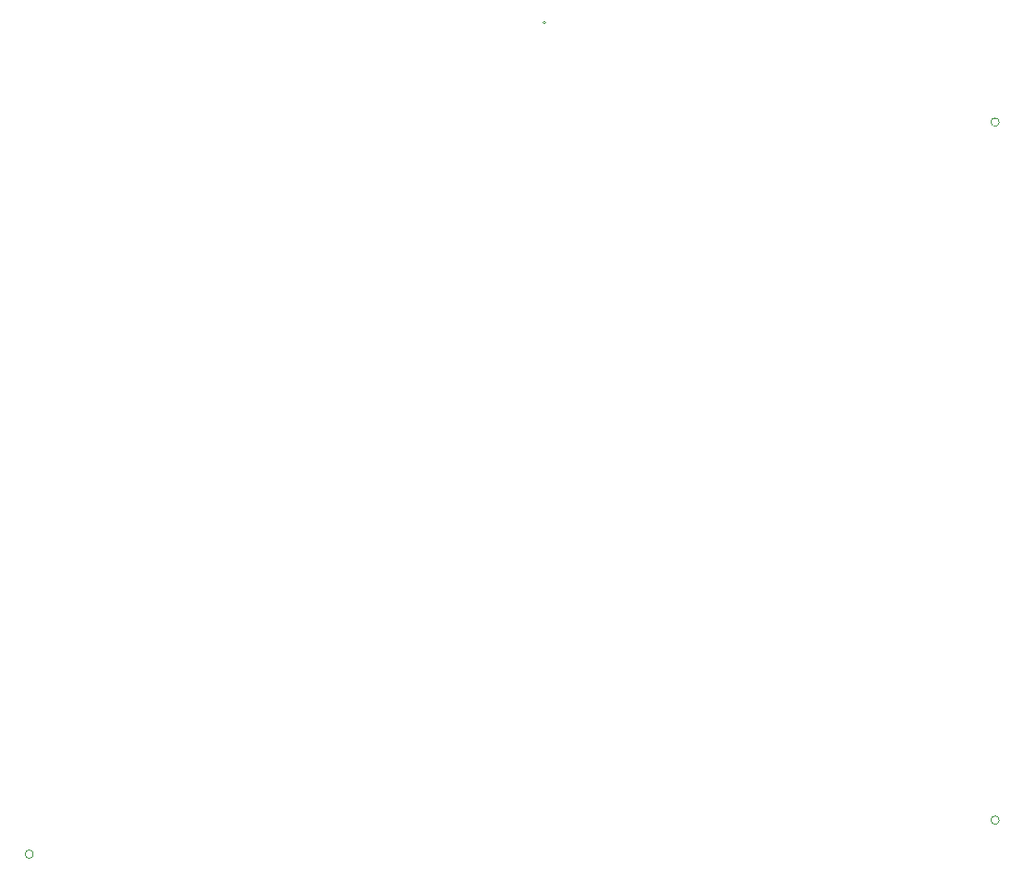
<source format=gbr>
G04 #@! TF.GenerationSoftware,KiCad,Pcbnew,(6.0.5-0)*
G04 #@! TF.CreationDate,2022-06-03T14:00:57-04:00*
G04 #@! TF.ProjectId,CentralBrain,43656e74-7261-46c4-9272-61696e2e6b69,rev?*
G04 #@! TF.SameCoordinates,Original*
G04 #@! TF.FileFunction,Legend,Bot*
G04 #@! TF.FilePolarity,Positive*
%FSLAX46Y46*%
G04 Gerber Fmt 4.6, Leading zero omitted, Abs format (unit mm)*
G04 Created by KiCad (PCBNEW (6.0.5-0)) date 2022-06-03 14:00:57*
%MOMM*%
%LPD*%
G01*
G04 APERTURE LIST*
%ADD10C,0.120000*%
G04 APERTURE END LIST*
D10*
G04 #@! TO.C,J6*
X197603200Y-52338800D02*
G75*
G03*
X197603200Y-52338800I-127000J0D01*
G01*
G04 #@! TO.C,J3*
X239187800Y-61459892D02*
G75*
G03*
X239187800Y-61459892I-381000J0D01*
G01*
G04 #@! TO.C,J1*
X150699400Y-128581800D02*
G75*
G03*
X150699400Y-128581800I-381000J0D01*
G01*
G04 #@! TO.C,J2*
X239187800Y-125458592D02*
G75*
G03*
X239187800Y-125458592I-381000J0D01*
G01*
G04 #@! TD*
M02*

</source>
